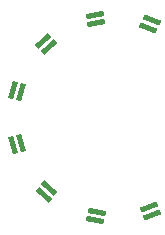
<source format=gbr>
%TF.GenerationSoftware,KiCad,Pcbnew,8.0.0*%
%TF.CreationDate,2024-03-07T16:43:38+08:00*%
%TF.ProjectId,LED_ring,4c45445f-7269-46e6-972e-6b696361645f,rev?*%
%TF.SameCoordinates,Original*%
%TF.FileFunction,Paste,Top*%
%TF.FilePolarity,Positive*%
%FSLAX46Y46*%
G04 Gerber Fmt 4.6, Leading zero omitted, Abs format (unit mm)*
G04 Created by KiCad (PCBNEW 8.0.0) date 2024-03-07 16:43:38*
%MOMM*%
%LPD*%
G01*
G04 APERTURE LIST*
G04 Aperture macros list*
%AMRotRect*
0 Rectangle, with rotation*
0 The origin of the aperture is its center*
0 $1 length*
0 $2 width*
0 $3 Rotation angle, in degrees counterclockwise*
0 Add horizontal line*
21,1,$1,$2,0,0,$3*%
G04 Aperture macros list end*
%ADD10RotRect,0.450000X1.500000X227.729700*%
%ADD11RotRect,0.450000X1.500000X259.549500*%
%ADD12RotRect,0.450000X1.500000X100.450500*%
%ADD13RotRect,0.450000X1.500000X195.909900*%
%ADD14RotRect,0.450000X1.500000X68.630000*%
%ADD15RotRect,0.450000X1.500000X132.270300*%
%ADD16RotRect,0.450000X1.500000X164.090100*%
%ADD17RotRect,0.450000X1.500000X291.369300*%
G04 APERTURE END LIST*
D10*
%TO.C,D6*%
X152803250Y-109734785D03*
X152325011Y-110260911D03*
%TD*%
D11*
%TO.C,D7*%
X156788406Y-111718272D03*
X156659440Y-112417478D03*
%TD*%
D12*
%TO.C,D2*%
X156762060Y-95729978D03*
X156633094Y-95030772D03*
%TD*%
D13*
%TO.C,D5*%
X150428892Y-105880025D03*
X149745128Y-106074928D03*
%TD*%
D14*
%TO.C,D1*%
X161189706Y-96131350D03*
X161448787Y-95469234D03*
%TD*%
D15*
%TO.C,D3*%
X152764989Y-97738911D03*
X152286750Y-97212785D03*
%TD*%
D16*
%TO.C,D4*%
X150417372Y-101553928D03*
X149733608Y-101359025D03*
%TD*%
D17*
%TO.C,D8*%
X161192717Y-111319232D03*
X161451789Y-111981351D03*
%TD*%
M02*

</source>
